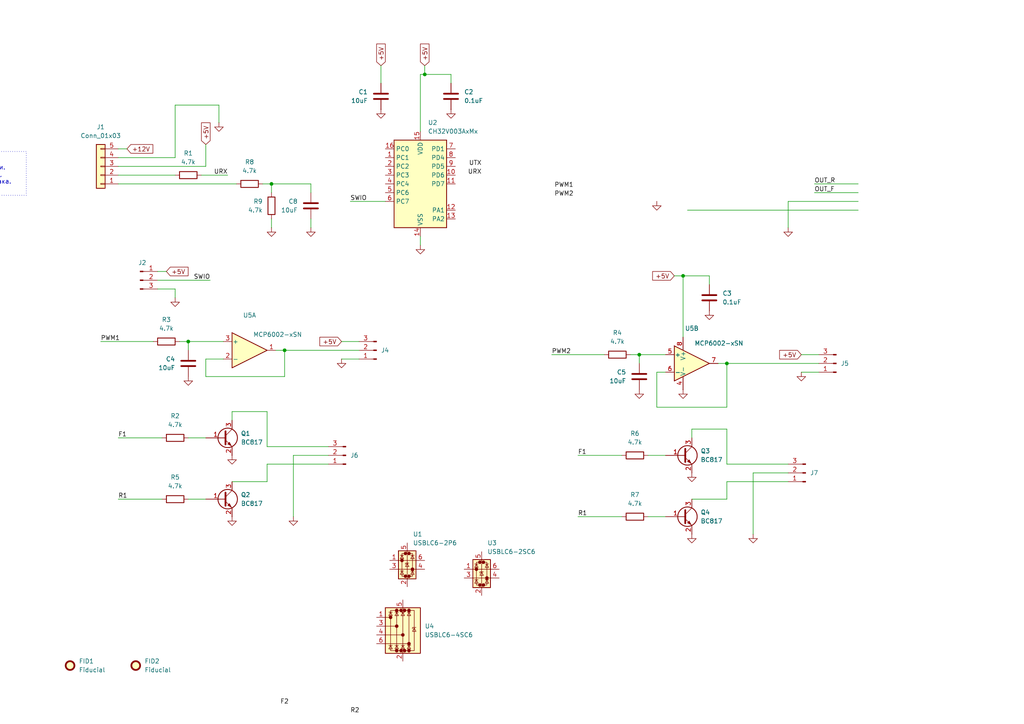
<source format=kicad_sch>
(kicad_sch (version 20231120) (generator "eeschema") (generator_version "8.0")
  (paper "A4")
  (title_block (date "2024-05-28") (rev "2"))
  (lib_symbols
    (symbol "Amplifier_Operational:MCP6002-xSN" (pin_names (offset 0.127))
      (property "Reference" "U" (at 0 5.08 0))
      (property "Value" "MCP6002-xSN" (at 0 -5.08 0))
      (symbol "MCP6002-xSN_1_1"
        (polyline (pts (xy -5.08 5.08) (xy 5.08 0) (xy -5.08 -5.08) (xy -5.08 5.08)) (stroke (width 0.254)) (fill (type background)))
        (pin output line (at 7.62 0 180) (length 2.54) (name "~") (number "1"))
        (pin input line (at -7.62 -2.54 0) (length 2.54) (name "-") (number "2"))
        (pin input line (at -7.62 2.54 0) (length 2.54) (name "+") (number "3"))
      )
      (symbol "MCP6002-xSN_2_1"
        (polyline (pts (xy -5.08 5.08) (xy 5.08 0) (xy -5.08 -5.08) (xy -5.08 5.08)) (stroke (width 0.254)) (fill (type background)))
        (pin input line (at -7.62 2.54 0) (length 2.54) (name "+") (number "5"))
        (pin input line (at -7.62 -2.54 0) (length 2.54) (name "-") (number "6"))
        (pin output line (at 7.62 0 180) (length 2.54) (name "~") (number "7"))
      )
      (symbol "MCP6002-xSN_3_1"
        (pin power_in line (at -2.54 -7.62 90) (length 3.81) (name "V-") (number "4"))
        (pin power_in line (at -2.54 7.62 270) (length 3.81) (name "V+") (number "8"))
      )
    )
    (symbol "Connector:Conn_01x03_Pin" (pin_names (offset 1.016) hide)
      (property "Reference" "J" (at 0 5.08 0))
      (property "Value" "Conn_01x03_Pin" (at 0 -5.08 0))
      (symbol "Conn_01x03_Pin_1_1"
        (polyline (pts (xy 1.27 -2.54) (xy 0.8636 -2.54)) (stroke (width 0.1524)))
        (polyline (pts (xy 1.27 0) (xy 0.8636 0)) (stroke (width 0.1524)))
        (polyline (pts (xy 1.27 2.54) (xy 0.8636 2.54)) (stroke (width 0.1524)))
        (rectangle (start 0.8636 -2.413) (end 0 -2.667) (stroke (width 0.1524)) (fill (type outline)))
        (rectangle (start 0.8636 0.127) (end 0 -0.127) (stroke (width 0.1524)) (fill (type outline)))
        (rectangle (start 0.8636 2.667) (end 0 2.413) (stroke (width 0.1524)) (fill (type outline)))
        (pin passive line (at 5.08 2.54 180) (length 3.81) (name "Pin_1") (number "1"))
        (pin passive line (at 5.08 0 180) (length 3.81) (name "Pin_2") (number "2"))
        (pin passive line (at 5.08 -2.54 180) (length 3.81) (name "Pin_3") (number "3"))
      )
    )
    (symbol "Connector:TestPoint" (pin_numbers hide) (pin_names (offset 0.762) hide)
      (property "Reference" "TP" (at 0 6.858 0))
      (property "Value" "TestPoint" (at 0 5.08 0))
      (symbol "TestPoint_0_1"
        (circle (center 0 3.302) (radius 0.762))
      )
      (symbol "TestPoint_1_1"
        (pin passive line (at 0 0 90) (length 2.54) (name "1") (number "1"))
      )
    )
    (symbol "Connector_Generic:Conn_01x05" (pin_names (offset 1.016) hide)
      (property "Reference" "J" (at 0 7.62 0))
      (property "Value" "Conn_01x05" (at 0 -7.62 0))
      (symbol "Conn_01x05_1_1"
        (rectangle (start -1.27 -4.953) (end 0 -5.207) (stroke (width 0.1524)))
        (rectangle (start -1.27 -2.413) (end 0 -2.667) (stroke (width 0.1524)))
        (rectangle (start -1.27 0.127) (end 0 -0.127) (stroke (width 0.1524)))
        (rectangle (start -1.27 2.667) (end 0 2.413) (stroke (width 0.1524)))
        (rectangle (start -1.27 5.207) (end 0 4.953) (stroke (width 0.1524)))
        (rectangle (start -1.27 6.35) (end 1.27 -6.35) (stroke (width 0.254)) (fill (type background)))
        (pin passive line (at -5.08 5.08 0) (length 3.81) (name "Pin_1") (number "1"))
        (pin passive line (at -5.08 2.54 0) (length 3.81) (name "Pin_2") (number "2"))
        (pin passive line (at -5.08 0 0) (length 3.81) (name "Pin_3") (number "3"))
        (pin passive line (at -5.08 -2.54 0) (length 3.81) (name "Pin_4") (number "4"))
        (pin passive line (at -5.08 -5.08 0) (length 3.81) (name "Pin_5") (number "5"))
      )
    )
    (symbol "Device:C" (pin_numbers hide) (pin_names (offset 0.254))
      (property "Reference" "C" (at 0.635 2.54 0))
      (property "Value" "C" (at 0.635 -2.54 0))
      (symbol "C_0_1"
        (polyline (pts (xy -2.032 -0.762) (xy 2.032 -0.762)) (stroke (width 0.508)))
        (polyline (pts (xy -2.032 0.762) (xy 2.032 0.762)) (stroke (width 0.508)))
      )
      (symbol "C_1_1"
        (pin passive line (at 0 3.81 270) (length 2.794) (name "~") (number "1"))
        (pin passive line (at 0 -3.81 90) (length 2.794) (name "~") (number "2"))
      )
    )
    (symbol "Device:R" (pin_numbers hide) (pin_names (offset 0))
      (property "Reference" "R" (at 2.032 0 90))
      (property "Value" "R" (at 0 0 90))
      (symbol "R_0_1"
        (rectangle (start -1.016 -2.54) (end 1.016 2.54) (stroke (width 0.254)))
      )
      (symbol "R_1_1"
        (pin passive line (at 0 3.81 270) (length 1.27) (name "~") (number "1"))
        (pin passive line (at 0 -3.81 90) (length 1.27) (name "~") (number "2"))
      )
    )
    (symbol "MCU_WCH_CH32V0:CH32V003AxMx"
      (property "Reference" "U" (at -7.62 15.24 0))
      (property "Value" "CH32V003AxMx" (at 7.62 15.24 0))
      (symbol "CH32V003AxMx_1_1"
        (rectangle (start -7.62 12.7) (end 7.62 -12.7) (stroke (width 0.254)) (fill (type background)))
        (pin bidirectional line (at -10.16 7.62 0) (length 2.54) (name "PC1") (number "1"))
        (pin bidirectional line (at 10.16 2.54 180) (length 2.54) (name "PD6") (number "10"))
        (pin bidirectional line (at 10.16 0 180) (length 2.54) (name "PD7") (number "11"))
        (pin bidirectional line (at 10.16 -7.62 180) (length 2.54) (name "PA1") (number "12"))
        (pin bidirectional line (at 10.16 -10.16 180) (length 2.54) (name "PA2") (number "13"))
        (pin power_in line (at 0 -15.24 90) (length 2.54) (name "VSS") (number "14"))
        (pin power_in line (at 0 15.24 270) (length 2.54) (name "VDD") (number "15"))
        (pin bidirectional line (at -10.16 10.16 0) (length 2.54) (name "PC0") (number "16"))
        (pin bidirectional line (at -10.16 5.08 0) (length 2.54) (name "PC2") (number "2"))
        (pin bidirectional line (at -10.16 2.54 0) (length 2.54) (name "PC3") (number "3"))
        (pin bidirectional line (at -10.16 0 0) (length 2.54) (name "PC4") (number "4"))
        (pin bidirectional line (at -10.16 -2.54 0) (length 2.54) (name "PC6") (number "5"))
        (pin bidirectional line (at -10.16 -5.08 0) (length 2.54) (name "PC7") (number "6"))
        (pin bidirectional line (at 10.16 10.16 180) (length 2.54) (name "PD1") (number "7"))
        (pin bidirectional line (at 10.16 7.62 180) (length 2.54) (name "PD4") (number "8"))
        (pin bidirectional line (at 10.16 5.08 180) (length 2.54) (name "PD5") (number "9"))
      )
    )
    (symbol "Mechanical:Fiducial" (exclude_from_sim yes) (in_bom no)
      (property "Reference" "FID" (at 0 5.08 0))
      (property "Value" "Fiducial" (at 0 3.175 0))
      (symbol "Fiducial_0_1"
        (circle (center 0 0) (radius 1.27) (stroke (width 0.508)) (fill (type background)))
      )
    )
    (symbol "Power_Protection:USBLC6-2P6" (pin_names hide)
      (property "Reference" "U" (at 0.635 5.715 0))
      (property "Value" "USBLC6-2P6" (at 0.635 3.81 0))
      (symbol "USBLC6-2P6_0_0"
        (circle (center -1.524 0) (radius 0.0001) (stroke (width 0.508)))
        (circle (center -0.508 -4.572) (radius 0.0001) (stroke (width 0.508)))
        (circle (center -0.508 2.032) (radius 0.0001) (stroke (width 0.508)))
        (circle (center 0.508 -4.572) (radius 0.0001) (stroke (width 0.508)))
        (circle (center 0.508 2.032) (radius 0.0001) (stroke (width 0.508)))
        (circle (center 1.524 -2.54) (radius 0.0001) (stroke (width 0.508)))
      )
      (symbol "USBLC6-2P6_0_1"
        (polyline (pts (xy -2.54 -2.54) (xy 2.54 -2.54)))
        (polyline (pts (xy -2.54 0) (xy 2.54 0)))
        (polyline (pts (xy -2.032 -3.048) (xy -1.016 -3.048)))
        (polyline (pts (xy -1.016 1.524) (xy -2.032 1.524)))
        (polyline (pts (xy 1.016 -3.048) (xy 2.032 -3.048)))
        (polyline (pts (xy 1.016 1.524) (xy 2.032 1.524)))
        (polyline (pts (xy -0.508 -1.143) (xy -0.508 -0.762) (xy 0.508 -0.762)))
        (polyline (pts (xy -2.032 0.508) (xy -1.016 0.508) (xy -1.524 1.524) (xy -2.032 0.508)))
        (polyline (pts (xy -1.016 -4.064) (xy -2.032 -4.064) (xy -1.524 -3.048) (xy -1.016 -4.064)))
        (polyline (pts (xy 0.508 -1.778) (xy -0.508 -1.778) (xy 0 -0.762) (xy 0.508 -1.778)))
        (polyline (pts (xy 2.032 -4.064) (xy 1.016 -4.064) (xy 1.524 -3.048) (xy 2.032 -4.064)))
        (polyline (pts (xy 2.032 0.508) (xy 1.016 0.508) (xy 1.524 1.524) (xy 2.032 0.508)))
        (polyline (pts (xy 0 2.54) (xy -0.508 2.032) (xy 0.508 2.032) (xy 0 1.524) (xy 0 -4.064) (xy -0.508 -4.572) (xy 0.508 -4.572) (xy 0 -5.08)))
      )
      (symbol "USBLC6-2P6_1_1"
        (rectangle (start -2.54 2.794) (end 2.54 -5.334) (stroke (width 0.254)) (fill (type background)))
        (polyline (pts (xy -0.508 2.032) (xy -1.524 2.032) (xy -1.524 -4.572) (xy -0.508 -4.572)))
        (polyline (pts (xy 0.508 -4.572) (xy 1.524 -4.572) (xy 1.524 2.032) (xy 0.508 2.032)))
        (pin passive line (at -5.08 0 0) (length 2.54) (name "I/O1") (number "1"))
        (pin passive line (at 0 -7.62 90) (length 2.54) (name "GND") (number "2"))
        (pin passive line (at -5.08 -2.54 0) (length 2.54) (name "I/O2") (number "3"))
        (pin passive line (at 5.08 -2.54 180) (length 2.54) (name "I/O2") (number "4"))
        (pin passive line (at 0 5.08 270) (length 2.54) (name "VBUS") (number "5"))
        (pin passive line (at 5.08 0 180) (length 2.54) (name "I/O1") (number "6"))
      )
    )
    (symbol "Power_Protection:USBLC6-2SC6" (pin_names hide)
      (property "Reference" "U" (at 0.635 5.715 0))
      (property "Value" "USBLC6-2SC6" (at 0.635 3.81 0))
      (symbol "USBLC6-2SC6_0_0"
        (circle (center -1.524 0) (radius 0.0001) (stroke (width 0.508)))
        (circle (center -0.508 -4.572) (radius 0.0001) (stroke (width 0.508)))
        (circle (center -0.508 2.032) (radius 0.0001) (stroke (width 0.508)))
        (circle (center 0.508 -4.572) (radius 0.0001) (stroke (width 0.508)))
        (circle (center 0.508 2.032) (radius 0.0001) (stroke (width 0.508)))
        (circle (center 1.524 -2.54) (radius 0.0001) (stroke (width 0.508)))
      )
      (symbol "USBLC6-2SC6_0_1"
        (polyline (pts (xy -2.54 -2.54) (xy 2.54 -2.54)))
        (polyline (pts (xy -2.54 0) (xy 2.54 0)))
        (polyline (pts (xy -2.032 -3.048) (xy -1.016 -3.048)))
        (polyline (pts (xy -1.016 1.524) (xy -2.032 1.524)))
        (polyline (pts (xy 1.016 -3.048) (xy 2.032 -3.048)))
        (polyline (pts (xy 1.016 1.524) (xy 2.032 1.524)))
        (polyline (pts (xy -0.508 -1.143) (xy -0.508 -0.762) (xy 0.508 -0.762)))
        (polyline (pts (xy -2.032 0.508) (xy -1.016 0.508) (xy -1.524 1.524) (xy -2.032 0.508)))
        (polyline (pts (xy -1.016 -4.064) (xy -2.032 -4.064) (xy -1.524 -3.048) (xy -1.016 -4.064)))
        (polyline (pts (xy 0.508 -1.778) (xy -0.508 -1.778) (xy 0 -0.762) (xy 0.508 -1.778)))
        (polyline (pts (xy 2.032 -4.064) (xy 1.016 -4.064) (xy 1.524 -3.048) (xy 2.032 -4.064)))
        (polyline (pts (xy 2.032 0.508) (xy 1.016 0.508) (xy 1.524 1.524) (xy 2.032 0.508)))
        (polyline (pts (xy 0 2.54) (xy -0.508 2.032) (xy 0.508 2.032) (xy 0 1.524) (xy 0 -4.064) (xy -0.508 -4.572) (xy 0.508 -4.572) (xy 0 -5.08)))
      )
      (symbol "USBLC6-2SC6_1_1"
        (rectangle (start -2.54 2.794) (end 2.54 -5.334) (stroke (width 0.254)) (fill (type background)))
        (polyline (pts (xy -0.508 2.032) (xy -1.524 2.032) (xy -1.524 -4.572) (xy -0.508 -4.572)))
        (polyline (pts (xy 0.508 -4.572) (xy 1.524 -4.572) (xy 1.524 2.032) (xy 0.508 2.032)))
        (pin passive line (at -5.08 0 0) (length 2.54) (name "I/O1") (number "1"))
        (pin passive line (at 0 -7.62 90) (length 2.54) (name "GND") (number "2"))
        (pin passive line (at -5.08 -2.54 0) (length 2.54) (name "I/O2") (number "3"))
        (pin passive line (at 5.08 -2.54 180) (length 2.54) (name "I/O2") (number "4"))
        (pin passive line (at 0 5.08 270) (length 2.54) (name "VBUS") (number "5"))
        (pin passive line (at 5.08 0 180) (length 2.54) (name "I/O1") (number "6"))
      )
    )
    (symbol "Power_Protection:USBLC6-4SC6" (pin_names hide)
      (property "Reference" "U" (at 1.27 9.525 0))
      (property "Value" "USBLC6-4SC6" (at 1.27 6.985 0))
      (symbol "USBLC6-4SC6_0_0"
        (circle (center -3.556 2.54) (radius 0.0001) (stroke (width 0.508)))
        (circle (center -1.778 -7.112) (radius 0.0001) (stroke (width 0.508)))
        (circle (center -1.778 0) (radius 0.0001) (stroke (width 0.508)))
        (circle (center -1.778 4.572) (radius 0.0001) (stroke (width 0.508)))
        (circle (center -0.508 -7.112) (radius 0.0001) (stroke (width 0.508)))
        (circle (center -0.508 4.572) (radius 0.0001) (stroke (width 0.508)))
        (circle (center 0 -2.54) (radius 0.0001) (stroke (width 0.508)))
        (circle (center 0.508 -7.112) (radius 0.0001) (stroke (width 0.508)))
        (circle (center 0.508 4.572) (radius 0.0001) (stroke (width 0.508)))
        (circle (center 1.778 -7.112) (radius 0.0001) (stroke (width 0.508)))
        (circle (center 1.778 -5.08) (radius 0.0001) (stroke (width 0.508)))
        (circle (center 1.778 4.572) (radius 0.0001) (stroke (width 0.508)))
      )
      (symbol "USBLC6-4SC6_0_1"
        (polyline (pts (xy -5.08 -5.08) (xy 1.778 -5.08)))
        (polyline (pts (xy -5.08 -2.54) (xy 0 -2.54)))
        (polyline (pts (xy -5.08 0) (xy -1.778 0)))
        (polyline (pts (xy -5.08 2.54) (xy -3.556 2.54)))
        (polyline (pts (xy -4.064 -5.588) (xy -3.048 -5.588)))
        (polyline (pts (xy -3.048 4.064) (xy -4.064 4.064)))
        (polyline (pts (xy -2.286 -5.588) (xy -1.27 -5.588)))
        (polyline (pts (xy -2.286 4.064) (xy -1.27 4.064)))
        (polyline (pts (xy -0.508 -5.588) (xy 0.508 -5.588)))
        (polyline (pts (xy 0 5.08) (xy 0.508 4.572)))
        (polyline (pts (xy 0.508 -7.112) (xy -0.508 -7.112)))
        (polyline (pts (xy 0.508 4.064) (xy -0.508 4.064)))
        (polyline (pts (xy 1.27 4.064) (xy 2.286 4.064)))
        (polyline (pts (xy 2.286 -5.588) (xy 1.27 -5.588)))
        (polyline (pts (xy 2.794 -0.762) (xy 2.794 -0.381) (xy 3.81 -0.381)))
        (polyline (pts (xy -4.064 3.048) (xy -3.048 3.048) (xy -3.556 4.064) (xy -4.064 3.048)))
        (polyline (pts (xy -3.048 -6.604) (xy -4.064 -6.604) (xy -3.556 -5.588) (xy -3.048 -6.604)))
        (polyline (pts (xy -1.27 -6.604) (xy -2.286 -6.604) (xy -1.778 -5.588) (xy -1.27 -6.604)))
        (polyline (pts (xy -1.27 3.048) (xy -2.286 3.048) (xy -1.778 4.064) (xy -1.27 3.048)))
        (polyline (pts (xy -0.508 -6.604) (xy 0.508 -6.604) (xy 0 -5.588) (xy -0.508 -6.604)))
        (polyline (pts (xy -0.508 3.048) (xy 0.508 3.048) (xy 0 4.064) (xy -0.508 3.048)))
        (polyline (pts (xy 1.27 -6.604) (xy 2.286 -6.604) (xy 1.778 -5.588) (xy 1.27 -6.604)))
        (polyline (pts (xy 1.778 4.572) (xy 3.302 4.572) (xy 3.302 -7.112) (xy 1.778 -7.112)))
        (polyline (pts (xy 2.286 3.048) (xy 1.27 3.048) (xy 1.778 4.064) (xy 2.286 3.048)))
        (polyline (pts (xy 3.81 -1.524) (xy 2.794 -1.524) (xy 3.302 -0.508) (xy 3.81 -1.524)))
      )
      (symbol "USBLC6-4SC6_1_1"
        (rectangle (start -5.08 5.334) (end 5.08 -7.874) (stroke (width 0.254)) (fill (type background)))
        (polyline (pts (xy -1.778 4.572) (xy -3.556 4.572) (xy -3.556 -7.112) (xy -1.778 -7.112)))
        (polyline (pts (xy -0.508 4.572) (xy 1.778 4.572) (xy 1.778 -7.112) (xy 0.508 -7.112)))
        (polyline (pts (xy 0.508 -7.112) (xy 0 -6.604) (xy 0 4.064) (xy -0.508 4.572)))
        (polyline (pts (xy 0 -7.62) (xy -0.508 -7.112) (xy -1.778 -7.112) (xy -1.778 4.572) (xy -0.508 4.572)))
        (pin passive line (at -7.62 2.54 0) (length 2.54) (name "I/O1") (number "1"))
        (pin passive line (at 0 -10.16 90) (length 2.54) (name "GND") (number "2"))
        (pin passive line (at -7.62 0 0) (length 2.54) (name "I/O2") (number "3"))
        (pin passive line (at -7.62 -2.54 0) (length 2.54) (name "I/O3") (number "4"))
        (pin passive line (at 0 7.62 270) (length 2.54) (name "VBUS") (number "5"))
        (pin passive line (at -7.62 -5.08 0) (length 2.54) (name "I/O4") (number "6"))
      )
    )
    (symbol "Regulator_Linear:L7805" (pin_names (offset 0.254))
      (property "Reference" "U" (at -3.81 3.175 0))
      (property "Value" "L7805" (at 0 3.175 0))
      (symbol "L7805_0_1"
        (rectangle (start -5.08 1.905) (end 5.08 -5.08) (stroke (width 0.254)) (fill (type background)))
      )
      (symbol "L7805_1_1"
        (pin power_in line (at -7.62 0 0) (length 2.54) (name "IN") (number "1"))
        (pin power_in line (at 0 -7.62 90) (length 2.54) (name "GND") (number "2"))
        (pin power_out line (at 7.62 0 180) (length 2.54) (name "OUT") (number "3"))
      )
    )
    (symbol "Transistor_BJT:BC817" (pin_names (offset 0) hide)
      (property "Reference" "Q" (at 5.08 1.905 0))
      (property "Value" "BC817" (at 5.08 0 0))
      (symbol "BC817_0_1"
        (polyline (pts (xy 0.635 0.635) (xy 2.54 2.54)))
        (polyline (pts (xy 0.635 -0.635) (xy 2.54 -2.54) (xy 2.54 -2.54)))
        (polyline (pts (xy 0.635 1.905) (xy 0.635 -1.905) (xy 0.635 -1.905)) (stroke (width 0.508)))
        (polyline (pts (xy 1.27 -1.778) (xy 1.778 -1.27) (xy 2.286 -2.286) (xy 1.27 -1.778) (xy 1.27 -1.778)) (fill (type outline)))
        (circle (center 1.27 0) (radius 2.8194) (stroke (width 0.254)))
      )
      (symbol "BC817_1_1"
        (pin input line (at -5.08 0 0) (length 5.715) (name "B") (number "1"))
        (pin passive line (at 2.54 -5.08 90) (length 2.54) (name "E") (number "2"))
        (pin passive line (at 2.54 5.08 270) (length 2.54) (name "C") (number "3"))
      )
    )
    (symbol "power:GND" (power) (pin_numbers hide) (pin_names (offset 0) hide)
      (property "Value" "GND" (at 0 -3.81 0))
      (symbol "GND_0_1"
        (polyline (pts (xy 0 0) (xy 0 -1.27) (xy 1.27 -1.27) (xy 0 -2.54) (xy -1.27 -1.27) (xy 0 -1.27)))
      )
      (symbol "GND_1_1"
        (pin power_in line (at 0 0 270) (length 0) (name "~") (number "1"))
      )
    )
  )
  (junction (at 123.19 21.59))
  (junction (at 198.12 80.01))
  (junction (at 185.42 102.87))
  (junction (at -10.16 -22.86))
  (junction (at 17.78 -22.86))
  (junction (at 82.55 101.6))
  (junction (at 54.61 99.06))
  (junction (at 78.74 53.34))
  (junction (at 210.82 105.41))
  (wire (pts (xy 228.6 58.42) (xy 248.92 58.42)))
  (wire (pts (xy 90.17 55.88) (xy 90.17 53.34)))
  (wire (pts (xy 190.5 118.11) (xy 210.82 118.11)))
  (wire (pts (xy 130.81 21.59) (xy 123.19 21.59)))
  (wire (pts (xy 96.52 -20.32) (xy 114.3 -20.32)))
  (wire (pts (xy 78.74 53.34) (xy 76.2 53.34)))
  (wire (pts (xy 210.82 144.78) (xy 200.66 144.78)))
  (wire (pts (xy 187.96 132.08) (xy 193.04 132.08)))
  (wire (pts (xy 59.69 41.91) (xy 59.69 48.26)))
  (wire (pts (xy 210.82 139.7) (xy 210.82 144.78)))
  (wire (pts (xy 34.29 45.72) (xy 50.8 45.72)))
  (wire (pts (xy 95.25 132.08) (xy 85.09 132.08)))
  (wire (pts (xy 218.44 137.16) (xy 218.44 154.94)))
  (wire (pts (xy 101.6 58.42) (xy 111.76 58.42)))
  (wire (pts (xy 121.92 68.58) (xy 121.92 71.12)))
  (wire (pts (xy 121.92 21.59) (xy 123.19 21.59)))
  (wire (pts (xy 90.17 53.34) (xy 78.74 53.34)))
  (wire (pts (xy 77.47 119.38) (xy 67.31 119.38)))
  (wire (pts (xy 77.47 134.62) (xy 77.47 139.7)))
  (wire (pts (xy 228.6 58.42) (xy 228.6 66.04)))
  (wire (pts (xy 185.42 102.87) (xy 185.42 105.41)))
  (wire (pts (xy 200.66 124.46) (xy 200.66 127)))
  (wire (pts (xy 77.47 129.54) (xy 77.47 119.38)))
  (wire (pts (xy 96.52 -17.78) (xy 114.3 -17.78)))
  (wire (pts (xy 67.31 119.38) (xy 67.31 121.92)))
  (wire (pts (xy 205.74 80.01) (xy 205.74 82.55)))
  (wire (pts (xy 53.34 -22.86) (xy 60.96 -22.86)))
  (wire (pts (xy 123.19 19.05) (xy 123.19 21.59)))
  (wire (pts (xy 59.69 104.14) (xy 59.69 109.22)))
  (wire (pts (xy 96.52 -22.86) (xy 114.3 -22.86)))
  (wire (pts (xy 110.49 19.05) (xy 110.49 24.13)))
  (wire (pts (xy 121.92 21.59) (xy 121.92 38.1)))
  (wire (pts (xy 210.82 134.62) (xy 210.82 124.46)))
  (wire (pts (xy 59.69 48.26) (xy 34.29 48.26)))
  (wire (pts (xy 236.22 53.34) (xy 248.92 53.34)))
  (wire (pts (xy 198.12 80.01) (xy 205.74 80.01)))
  (wire (pts (xy 99.06 104.14) (xy 104.14 104.14)))
  (wire (pts (xy 185.42 102.87) (xy 193.04 102.87)))
  (wire (pts (xy 232.41 102.87) (xy 237.49 102.87)))
  (wire (pts (xy 78.74 63.5) (xy 78.74 66.04)))
  (wire (pts (xy -25.4 -22.86) (xy -10.16 -22.86)))
  (wire (pts (xy 50.8 30.48) (xy 63.5 30.48)))
  (wire (pts (xy 167.64 132.08) (xy 180.34 132.08)))
  (wire (pts (xy 236.22 55.88) (xy 248.92 55.88)))
  (wire (pts (xy 199.39 60.96) (xy 248.92 60.96)))
  (wire (pts (xy 182.88 102.87) (xy 185.42 102.87)))
  (wire (pts (xy 210.82 118.11) (xy 210.82 105.41)))
  (wire (pts (xy 99.06 99.06) (xy 104.14 99.06)))
  (wire (pts (xy 58.42 50.8) (xy 66.04 50.8)))
  (wire (pts (xy 45.72 81.28) (xy 60.96 81.28)))
  (wire (pts (xy -10.16 -22.86) (xy -10.16 -20.32)))
  (wire (pts (xy 95.25 134.62) (xy 77.47 134.62)))
  (wire (pts (xy 193.04 107.95) (xy 190.5 107.95)))
  (wire (pts (xy 228.6 137.16) (xy 218.44 137.16)))
  (wire (pts (xy 50.8 45.72) (xy 50.8 30.48)))
  (wire (pts (xy 78.74 -12.7) (xy 78.74 -10.16)))
  (wire (pts (xy 198.12 80.01) (xy 198.12 97.79)))
  (wire (pts (xy 35.56 -17.78) (xy 60.96 -17.78)))
  (wire (pts (xy 228.6 139.7) (xy 210.82 139.7)))
  (wire (pts (xy 187.96 149.86) (xy 193.04 149.86)))
  (wire (pts (xy 34.29 53.34) (xy 68.58 53.34)))
  (wire (pts (xy 95.25 129.54) (xy 77.47 129.54)))
  (wire (pts (xy -10.16 -22.86) (xy -5.08 -22.86)))
  (wire (pts (xy 17.78 -22.86) (xy 25.4 -22.86)))
  (wire (pts (xy 160.02 102.87) (xy 175.26 102.87)))
  (wire (pts (xy 195.58 80.01) (xy 198.12 80.01)))
  (wire (pts (xy 80.01 101.6) (xy 82.55 101.6)))
  (wire (pts (xy 130.81 24.13) (xy 130.81 21.59)))
  (wire (pts (xy 50.8 83.82) (xy 50.8 86.36)))
  (wire (pts (xy 228.6 134.62) (xy 210.82 134.62)))
  (wire (pts (xy 34.29 144.78) (xy 46.99 144.78)))
  (wire (pts (xy 77.47 139.7) (xy 67.31 139.7)))
  (wire (pts (xy 54.61 127) (xy 59.69 127)))
  (wire (pts (xy 232.41 107.95) (xy 237.49 107.95)))
  (wire (pts (xy 82.55 101.6) (xy 104.14 101.6)))
  (wire (pts (xy 78.74 53.34) (xy 78.74 55.88)))
  (wire (pts (xy 59.69 109.22) (xy 82.55 109.22)))
  (wire (pts (xy 85.09 132.08) (xy 85.09 149.86)))
  (wire (pts (xy 29.21 99.06) (xy 44.45 99.06)))
  (wire (pts (xy 52.07 99.06) (xy 54.61 99.06)))
  (wire (pts (xy 167.64 149.86) (xy 180.34 149.86)))
  (wire (pts (xy 45.72 83.82) (xy 50.8 83.82)))
  (wire (pts (xy 17.78 -22.86) (xy 17.78 -20.32)))
  (wire (pts (xy 210.82 124.46) (xy 200.66 124.46)))
  (wire (pts (xy 36.83 43.18) (xy 34.29 43.18)))
  (wire (pts (xy 63.5 30.48) (xy 63.5 35.56)))
  (wire (pts (xy 64.77 104.14) (xy 59.69 104.14)))
  (wire (pts (xy 208.28 105.41) (xy 210.82 105.41)))
  (wire (pts (xy 45.72 78.74) (xy 48.26 78.74)))
  (wire (pts (xy 10.16 -22.86) (xy 17.78 -22.86)))
  (wire (pts (xy 54.61 99.06) (xy 64.77 99.06)))
  (wire (pts (xy 190.5 107.95) (xy 190.5 118.11)))
  (wire (pts (xy 90.17 63.5) (xy 90.17 66.04)))
  (wire (pts (xy 54.61 99.06) (xy 54.61 101.6)))
  (wire (pts (xy 53.34 -20.32) (xy 60.96 -20.32)))
  (wire (pts (xy 34.29 127) (xy 46.99 127)))
  (wire (pts (xy 82.55 109.22) (xy 82.55 101.6)))
  (wire (pts (xy 34.29 50.8) (xy 50.8 50.8)))
  (wire (pts (xy 54.61 144.78) (xy 59.69 144.78)))
  (wire (pts (xy 35.56 -26.67) (xy 35.56 -17.78)))
  (wire (pts (xy 210.82 105.41) (xy 237.49 105.41)))
  (rectangle (start -58.42 43.942) (end 7.62 56.642) (stroke (width 0) (type dot)))
  (text "Встановлюється роз'єм на два піни у середні отвори.\nЧотирьохпіний роз'єм використовується у випадках,\nколи треба двосторонньє спілкування або перепрошивка." (at -25.4 50.8 0) (effects (font (size 1.27 1.27))))
  (text "T2CH2" (at 119.126 -20.32 0) (effects (font (size 1.27 1.27))))
  (text "T2CH4, T2CH1ETR" (at 124.714 -22.86 0) (effects (font (size 1.27 1.27))))
  (label "OUT_R" (at 236.22 53.34 0))
  (label "OUT_F" (at 114.3 -20.32 180))
  (label "SWIO" (at 60.96 81.28 180))
  (label "R2" (at 101.6 207.01 0))
  (label "R1" (at 167.64 149.86 0))
  (label "UTX" (at 139.7 48.26 180))
  (label "F1" (at 167.64 132.08 0))
  (label "F1" (at 34.29 127 0))
  (label "F2" (at 81.28 204.47 0))
  (label "URX" (at 139.7 50.8 180))
  (label "PWM" (at 114.3 -22.86 180))
  (label "OUT_R" (at 114.3 -17.78 180))
  (label "PWM2" (at 166.37 57.15 180))
  (label "PWM1" (at 29.21 99.06 0))
  (label "PWM2" (at 160.02 102.87 0))
  (label "OUT_F" (at 236.22 55.88 0))
  (label "SWIO" (at 101.6 58.42 0))
  (label "R1" (at 34.29 144.78 0))
  (label "PWM1" (at 166.37 54.61 180))
  (label "URX" (at 66.04 50.8 180))
  (global_label "+12V" (shape input) (at 36.83 43.18 0) (property "Intersheetrefs" "${INTERSHEET_REFS}" (effects (hide yes))))
  (global_label "+5V" (shape input) (at 59.69 41.91 90) (property "Intersheetrefs" "${INTERSHEET_REFS}" (effects (hide yes))))
  (global_label "+5V" (shape input) (at 110.49 19.05 90) (property "Intersheetrefs" "${INTERSHEET_REFS}" (effects (hide yes))))
  (global_label "+12V" (shape input) (at -25.4 -22.86 180) (property "Intersheetrefs" "${INTERSHEET_REFS}" (effects (hide yes))))
  (global_label "+5V" (shape input) (at 232.41 102.87 180) (property "Intersheetrefs" "${INTERSHEET_REFS}" (effects (hide yes))))
  (global_label "+5V" (shape input) (at 25.4 -22.86 0) (property "Intersheetrefs" "${INTERSHEET_REFS}" (effects (hide yes))))
  (global_label "+5V" (shape input) (at 99.06 99.06 180) (property "Intersheetrefs" "${INTERSHEET_REFS}" (effects (hide yes))))
  (global_label "+5V" (shape input) (at 195.58 80.01 180) (property "Intersheetrefs" "${INTERSHEET_REFS}" (effects (hide yes))))
  (global_label "+5V" (shape input) (at 48.26 78.74 0) (property "Intersheetrefs" "${INTERSHEET_REFS}" (effects (hide yes))))
  (global_label "+5V" (shape input) (at 123.19 19.05 90) (property "Intersheetrefs" "${INTERSHEET_REFS}" (effects (hide yes))))
  (symbol (lib_id "Transistor_BJT:BC817") (at 64.77 144.78 0) (unit 1)
    (property "Reference" "Q2" (at 69.85 143.5099 0) (effects (justify left)))
    (property "Value" "BC817" (at 69.85 146.0499 0) (effects (justify left)))
    (property "Footprint" "Package_TO_SOT_SMD:SOT-23" (effects (hide yes)))
    (property "Datasheet" "https://www.onsemi.com/pub/Collateral/BC818-D.pdf" (effects (hide yes)))
    (property "Description" "0.8A Ic, 45V Vce, NPN Transistor, SOT-23" (effects (hide yes)))
  )
  (symbol (lib_id "power:GND") (at 198.12 113.03 0) (mirror y) (unit 1)
    (property "Reference" "#PWR011" (effects (hide yes)))
    (property "Value" "GND" (effects (hide yes)))
    (property "Description" "Power symbol creates a global label with name \"GND\" , ground" (effects (hide yes)))
  )
  (symbol (lib_id "Device:R") (at 72.39 53.34 270) (unit 1)
    (property "Reference" "R8" (at 72.39 46.99 90))
    (property "Value" "4.7k" (at 72.39 49.53 90))
    (property "Footprint" "Resistor_SMD:R_0603_1608Metric" (effects (hide yes)))
    (property "Description" "Resistor" (effects (hide yes)))
  )
  (symbol (lib_id "Device:R") (at 50.8 144.78 270) (unit 1)
    (property "Reference" "R5" (at 50.8 138.43 90))
    (property "Value" "4.7k" (at 50.8 140.97 90))
    (property "Footprint" "Resistor_SMD:R_0603_1608Metric" (effects (hide yes)))
    (property "Description" "Resistor" (effects (hide yes)))
  )
  (symbol (lib_id "Device:R") (at 54.61 50.8 90) (unit 1)
    (property "Reference" "R1" (at 54.61 44.45 90))
    (property "Value" "4.7k" (at 54.61 46.99 90))
    (property "Footprint" "Resistor_SMD:R_0603_1608Metric" (effects (hide yes)))
    (property "Description" "Resistor" (effects (hide yes)))
  )
  (symbol (lib_id "power:GND") (at 232.41 107.95 0) (mirror y) (unit 1)
    (property "Reference" "#PWR09" (effects (hide yes)))
    (property "Value" "GND" (effects (hide yes)))
    (property "Description" "Power symbol creates a global label with name \"GND\" , ground" (effects (hide yes)))
  )
  (symbol (lib_id "Device:C") (at 54.61 105.41 0) (mirror y) (unit 1)
    (property "Reference" "C4" (at 50.8 104.1399 0) (effects (justify left)))
    (property "Value" "10uF" (at 50.8 106.6799 0) (effects (justify left)))
    (property "Footprint" "Capacitor_SMD:C_0805_2012Metric" (effects (hide yes)))
    (property "Description" "Unpolarized capacitor" (effects (hide yes)))
  )
  (symbol (lib_id "Device:R") (at 184.15 132.08 270) (unit 1)
    (property "Reference" "R6" (at 184.15 125.73 90))
    (property "Value" "4.7k" (at 184.15 128.27 90))
    (property "Footprint" "Resistor_SMD:R_0603_1608Metric" (effects (hide yes)))
    (property "Description" "Resistor" (effects (hide yes)))
  )
  (symbol (lib_id "Device:C") (at 17.78 -16.51 0) (mirror y) (unit 1)
    (property "Reference" "C7" (at 13.97 -17.7801 0) (effects (justify left)))
    (property "Value" "10uF" (at 13.97 -15.2401 0) (effects (justify left)))
    (property "Footprint" "Capacitor_SMD:C_0805_2012Metric" (effects (hide yes)))
    (property "Description" "Unpolarized capacitor" (effects (hide yes)))
  )
  (symbol (lib_id "power:GND") (at 67.31 149.86 0) (unit 1)
    (property "Reference" "#PWR014" (effects (hide yes)))
    (property "Value" "GND" (effects (hide yes)))
    (property "Description" "Power symbol creates a global label with name \"GND\" , ground" (effects (hide yes)))
  )
  (symbol (lib_id "Connector:Conn_01x03_Pin") (at 242.57 105.41 180) (unit 1)
    (property "Reference" "J5" (at 243.84 105.4099 0) (effects (justify right)))
    (property "Value" "Conn_01x03_Pin" (effects (hide yes)))
    (property "Footprint" "Connector_JST:JST_PH_B3B-PH-K_1x03_P2.00mm_Vertical" (effects (hide yes)))
    (property "Description" "Generic connector, single row, 01x03, script generated" (effects (hide yes)))
  )
  (symbol (lib_id "Regulator_Linear:L7805") (at 2.54 -22.86 0) (unit 1)
    (property "Reference" "U6" (at 2.54 -29.21 0))
    (property "Value" "L7805" (at 2.54 -26.67 0))
    (property "Footprint" "Package_TO_SOT_SMD:TO-252-2" (effects (hide yes)))
    (property "Datasheet" "http://www.st.com/content/ccc/resource/technical/document/datasheet/41/4f/b3/b0/12/d4/47/88/CD00000444.pdf/files/CD00000444.pdf/jcr:content/translations/en.CD00000444.pdf" (effects (hide yes)))
    (property "Description" "Positive 1.5A 35V Linear Regulator, Fixed Output 5V, TO-220/TO-263/TO-252" (effects (hide yes)))
  )
  (symbol (lib_id "power:GND") (at -10.16 -12.7 0) (mirror y) (unit 1)
    (property "Reference" "#PWR021" (effects (hide yes)))
    (property "Value" "GND" (effects (hide yes)))
    (property "Description" "Power symbol creates a global label with name \"GND\" , ground" (effects (hide yes)))
  )
  (symbol (lib_id "Connector:Conn_01x03_Pin") (at 233.68 137.16 180) (unit 1)
    (property "Reference" "J7" (at 234.95 137.1599 0) (effects (justify right)))
    (property "Value" "Conn_01x03_Pin" (effects (hide yes)))
    (property "Footprint" "Connector_JST:JST_PH_B3B-PH-K_1x03_P2.00mm_Vertical" (effects (hide yes)))
    (property "Description" "Generic connector, single row, 01x03, script generated" (effects (hide yes)))
  )
  (symbol (lib_id "power:GND") (at 200.66 154.94 0) (unit 1)
    (property "Reference" "#PWR017" (effects (hide yes)))
    (property "Value" "GND" (effects (hide yes)))
    (property "Description" "Power symbol creates a global label with name \"GND\" , ground" (effects (hide yes)))
  )
  (symbol (lib_id "Connector_Generic:Conn_01x05") (at 29.21 48.26 180) (unit 1)
    (property "Reference" "J1" (at 29.21 36.83 0))
    (property "Value" "Conn_01x03" (at 29.21 39.37 0))
    (property "Footprint" "Connector_JST:JST_PH_S5B-PH-K_1x05_P2.00mm_Horizontal" (effects (hide yes)))
    (property "Description" "Generic connector, single row, 01x05, script generated (kicad-library-utils/schlib/autogen/connector/)" (effects (hide yes)))
  )
  (symbol (lib_id "Transistor_BJT:BC817") (at 64.77 127 0) (unit 1)
    (property "Reference" "Q1" (at 69.85 125.7299 0) (effects (justify left)))
    (property "Value" "BC817" (at 69.85 128.2699 0) (effects (justify left)))
    (property "Footprint" "Package_TO_SOT_SMD:SOT-23" (effects (hide yes)))
    (property "Datasheet" "https://www.onsemi.com/pub/Collateral/BC818-D.pdf" (effects (hide yes)))
    (property "Description" "0.8A Ic, 45V Vce, NPN Transistor, SOT-23" (effects (hide yes)))
  )
  (symbol (lib_id "power:GND") (at 2.54 -15.24 0) (mirror y) (unit 1)
    (property "Reference" "#PWR023" (effects (hide yes)))
    (property "Value" "GND" (effects (hide yes)))
    (property "Description" "Power symbol creates a global label with name \"GND\" , ground" (effects (hide yes)))
  )
  (symbol (lib_id "Device:C") (at 185.42 109.22 0) (mirror y) (unit 1)
    (property "Reference" "C5" (at 181.61 107.9499 0) (effects (justify left)))
    (property "Value" "10uF" (at 181.61 110.4899 0) (effects (justify left)))
    (property "Footprint" "Capacitor_SMD:C_0805_2012Metric" (effects (hide yes)))
    (property "Description" "Unpolarized capacitor" (effects (hide yes)))
  )
  (symbol (lib_id "power:GND") (at 50.8 86.36 0) (unit 1)
    (property "Reference" "#PWR020" (effects (hide yes)))
    (property "Value" "GND" (effects (hide yes)))
    (property "Description" "Power symbol creates a global label with name \"GND\" , ground" (effects (hide yes)))
  )
  (symbol (lib_id "power:GND") (at 90.17 66.04 0) (unit 1)
    (property "Reference" "#PWR025" (effects (hide yes)))
    (property "Value" "GND" (effects (hide yes)))
    (property "Description" "Power symbol creates a global label with name \"GND\" , ground" (effects (hide yes)))
  )
  (symbol (lib_id "Power_Protection:USBLC6-4SC6") (at 116.84 181.61 0) (unit 1)
    (property "Reference" "U4" (at 123.19 181.6099 0) (effects (justify left)))
    (property "Value" "USBLC6-4SC6" (at 123.19 184.1499 0) (effects (justify left)))
    (property "Footprint" "Package_TO_SOT_SMD:SOT-23-6" (effects (hide yes)))
    (property "Datasheet" "https://www.st.com/resource/en/datasheet/usblc6-4.pdf" (effects (hide yes)))
    (property "Description" "Very low capacitance ESD protection diode, 4 data-line, SOT-23-6" (effects (hide yes)))
  )
  (symbol (lib_id "power:GND") (at 200.66 137.16 0) (unit 1)
    (property "Reference" "#PWR016" (effects (hide yes)))
    (property "Value" "GND" (effects (hide yes)))
    (property "Description" "Power symbol creates a global label with name \"GND\" , ground" (effects (hide yes)))
  )
  (symbol (lib_id "Device:R") (at 48.26 99.06 270) (unit 1)
    (property "Reference" "R3" (at 48.26 92.71 90))
    (property "Value" "4.7k" (at 48.26 95.25 90))
    (property "Footprint" "Resistor_SMD:R_0603_1608Metric" (effects (hide yes)))
    (property "Description" "Resistor" (effects (hide yes)))
  )
  (symbol (lib_id "Device:R") (at 179.07 102.87 270) (unit 1)
    (property "Reference" "R4" (at 179.07 96.52 90))
    (property "Value" "4.7k" (at 179.07 99.06 90))
    (property "Footprint" "Resistor_SMD:R_0603_1608Metric" (effects (hide yes)))
    (property "Description" "Resistor" (effects (hide yes)))
  )
  (symbol (lib_id "Device:C") (at 205.74 86.36 0) (unit 1)
    (property "Reference" "C3" (at 209.55 85.0899 0) (effects (justify left)))
    (property "Value" "0.1uF" (at 209.55 87.6299 0) (effects (justify left)))
    (property "Footprint" "Capacitor_SMD:C_0603_1608Metric" (effects (hide yes)))
    (property "Description" "Unpolarized capacitor" (effects (hide yes)))
  )
  (symbol (lib_id "Device:R") (at 184.15 149.86 270) (unit 1)
    (property "Reference" "R7" (at 184.15 143.51 90))
    (property "Value" "4.7k" (at 184.15 146.05 90))
    (property "Footprint" "Resistor_SMD:R_0603_1608Metric" (effects (hide yes)))
    (property "Description" "Resistor" (effects (hide yes)))
  )
  (symbol (lib_id "power:GND") (at 78.74 66.04 0) (unit 1)
    (property "Reference" "#PWR024" (effects (hide yes)))
    (property "Value" "GND" (effects (hide yes)))
    (property "Description" "Power symbol creates a global label with name \"GND\" , ground" (effects (hide yes)))
  )
  (symbol (lib_id "power:GND") (at 190.5 58.42 0) (mirror y) (unit 1)
    (property "Reference" "#PWR04" (effects (hide yes)))
    (property "Value" "GND" (effects (hide yes)))
    (property "Description" "Power symbol creates a global label with name \"GND\" , ground" (effects (hide yes)))
  )
  (symbol (lib_id "Device:R") (at 78.74 59.69 0) (mirror y) (unit 1)
    (property "Reference" "R9" (at 76.2 58.4199 0) (effects (justify left)))
    (property "Value" "4.7k" (at 76.2 60.9599 0) (effects (justify left)))
    (property "Footprint" "Resistor_SMD:R_0603_1608Metric" (effects (hide yes)))
    (property "Description" "Resistor" (effects (hide yes)))
  )
  (symbol (lib_id "Mechanical:Fiducial") (at 20.32 193.04 0) (unit 1) (exclude_from_sim yes) (in_bom no)
    (property "Reference" "FID1" (at 22.86 191.7699 0) (effects (justify left)))
    (property "Value" "Fiducial" (at 22.86 194.3099 0) (effects (justify left)))
    (property "Footprint" "Fiducial:Fiducial_1mm_Mask2mm" (effects (hide yes)))
    (property "Description" "Fiducial Marker" (effects (hide yes)))
  )
  (symbol (lib_id "Amplifier_Operational:MCP6002-xSN") (at 200.66 105.41 0) (unit 2)
    (property "Reference" "U5" (at 200.66 95.25 0))
    (property "Value" "MCP6002-xSN" (at 208.534 99.568 0))
    (property "Footprint" "Package_SO:SO-8_3.9x4.9mm_P1.27mm" (effects (hide yes)))
    (property "Datasheet" "http://ww1.microchip.com/downloads/en/DeviceDoc/21733j.pdf" (effects (hide yes)))
    (property "Description" "1MHz, Low-Power Op Amp, SOIC-8" (effects (hide yes)))
  )
  (symbol (lib_id "power:GND") (at 121.92 71.12 0) (mirror y) (unit 1)
    (property "Reference" "#PWR019" (effects (hide yes)))
    (property "Value" "GND" (effects (hide yes)))
    (property "Description" "Power symbol creates a global label with name \"GND\" , ground" (effects (hide yes)))
  )
  (symbol (lib_id "power:GND") (at 54.61 109.22 0) (unit 1)
    (property "Reference" "#PWR07" (effects (hide yes)))
    (property "Value" "GND" (effects (hide yes)))
    (property "Description" "Power symbol creates a global label with name \"GND\" , ground" (effects (hide yes)))
  )
  (symbol (lib_id "Power_Protection:USBLC6-2P6") (at 118.11 162.56 0) (unit 1)
    (property "Reference" "U1" (at 119.7611 154.94 0) (effects (justify left)))
    (property "Value" "USBLC6-2P6" (at 119.7611 157.48 0) (effects (justify left)))
    (property "Footprint" "Package_TO_SOT_SMD:SOT-666" (effects (hide yes)))
    (property "Datasheet" "https://www.st.com/resource/en/datasheet/usblc6-2.pdf" (effects (hide yes)))
    (property "Description" "Very low capacitance ESD protection diode, 2 data-line, SOT-666" (effects (hide yes)))
  )
  (symbol (lib_id "power:GND") (at 67.31 132.08 0) (unit 1)
    (property "Reference" "#PWR013" (effects (hide yes)))
    (property "Value" "GND" (effects (hide yes)))
    (property "Description" "Power symbol creates a global label with name \"GND\" , ground" (effects (hide yes)))
  )
  (symbol (lib_id "Device:C") (at 110.49 27.94 0) (mirror y) (unit 1)
    (property "Reference" "C1" (at 106.68 26.6699 0) (effects (justify left)))
    (property "Value" "10uF" (at 106.68 29.2099 0) (effects (justify left)))
    (property "Footprint" "Capacitor_SMD:C_0805_2012Metric" (effects (hide yes)))
    (property "Description" "Unpolarized capacitor" (effects (hide yes)))
  )
  (symbol (lib_id "Transistor_BJT:BC817") (at 198.12 132.08 0) (unit 1)
    (property "Reference" "Q3" (at 203.2 130.8099 0) (effects (justify left)))
    (property "Value" "BC817" (at 203.2 133.3499 0) (effects (justify left)))
    (property "Footprint" "Package_TO_SOT_SMD:SOT-23" (effects (hide yes)))
    (property "Datasheet" "https://www.onsemi.com/pub/Collateral/BC818-D.pdf" (effects (hide yes)))
    (property "Description" "0.8A Ic, 45V Vce, NPN Transistor, SOT-23" (effects (hide yes)))
  )
  (symbol (lib_id "power:GND") (at 17.78 -12.7 0) (mirror y) (unit 1)
    (property "Reference" "#PWR022" (effects (hide yes)))
    (property "Value" "GND" (effects (hide yes)))
    (property "Description" "Power symbol creates a global label with name \"GND\" , ground" (effects (hide yes)))
  )
  (symbol (lib_id "power:GND") (at 205.74 90.17 0) (mirror y) (unit 1)
    (property "Reference" "#PWR06" (effects (hide yes)))
    (property "Value" "GND" (effects (hide yes)))
    (property "Description" "Power symbol creates a global label with name \"GND\" , ground" (effects (hide yes)))
  )
  (symbol (lib_id "power:GND") (at 130.81 31.75 0) (mirror y) (unit 1)
    (property "Reference" "#PWR05" (effects (hide yes)))
    (property "Value" "GND" (effects (hide yes)))
    (property "Description" "Power symbol creates a global label with name \"GND\" , ground" (effects (hide yes)))
  )
  (symbol (lib_id "Amplifier_Operational:MCP6002-xSN") (at 72.39 101.6 0) (unit 1)
    (property "Reference" "U5" (at 72.39 91.44 0))
    (property "Value" "MCP6002-xSN" (at 80.518 97.028 0))
    (property "Footprint" "Package_SO:SO-8_3.9x4.9mm_P1.27mm" (effects (hide yes)))
    (property "Datasheet" "http://ww1.microchip.com/downloads/en/DeviceDoc/21733j.pdf" (effects (hide yes)))
    (property "Description" "1MHz, Low-Power Op Amp, SOIC-8" (effects (hide yes)))
  )
  (symbol (lib_id "power:GND") (at 78.74 -10.16 0) (mirror y) (unit 1)
    (property "Reference" "#PWR03" (effects (hide yes)))
    (property "Value" "GND" (effects (hide yes)))
    (property "Description" "Power symbol creates a global label with name \"GND\" , ground" (effects (hide yes)))
  )
  (symbol (lib_id "Device:C") (at -10.16 -16.51 0) (mirror y) (unit 1)
    (property "Reference" "C6" (at -13.97 -17.7801 0) (effects (justify left)))
    (property "Value" "10uF" (at -13.97 -15.2401 0) (effects (justify left)))
    (property "Footprint" "Capacitor_SMD:C_0805_2012Metric" (effects (hide yes)))
    (property "Description" "Unpolarized capacitor" (effects (hide yes)))
  )
  (symbol (lib_id "Connector:Conn_01x03_Pin") (at 40.64 81.28 0) (unit 1)
    (property "Reference" "J2" (at 41.275 76.2 0))
    (property "Value" "Conn_01x03_Pin" (effects (hide yes)))
    (property "Footprint" "Connector_JST:JST_PH_B3B-PH-K_1x03_P2.00mm_Vertical" (effects (hide yes)))
    (property "Description" "Generic connector, single row, 01x03, script generated" (effects (hide yes)))
  )
  (symbol (lib_id "power:GND") (at 85.09 149.86 0) (unit 1)
    (property "Reference" "#PWR015" (effects (hide yes)))
    (property "Value" "GND" (effects (hide yes)))
    (property "Description" "Power symbol creates a global label with name \"GND\" , ground" (effects (hide yes)))
  )
  (symbol (lib_id "power:GND") (at 218.44 154.94 0) (unit 1)
    (property "Reference" "#PWR018" (effects (hide yes)))
    (property "Value" "GND" (effects (hide yes)))
    (property "Description" "Power symbol creates a global label with name \"GND\" , ground" (effects (hide yes)))
  )
  (symbol (lib_id "power:GND") (at 110.49 31.75 0) (unit 1)
    (property "Reference" "#PWR02" (effects (hide yes)))
    (property "Value" "GND" (effects (hide yes)))
    (property "Description" "Power symbol creates a global label with name \"GND\" , ground" (effects (hide yes)))
  )
  (symbol (lib_id "Device:C") (at 90.17 59.69 0) (mirror y) (unit 1)
    (property "Reference" "C8" (at 86.36 58.4199 0) (effects (justify left)))
    (property "Value" "10uF" (at 86.36 60.9599 0) (effects (justify left)))
    (property "Footprint" "Capacitor_SMD:C_0805_2012Metric" (effects (hide yes)))
    (property "Description" "Unpolarized capacitor" (effects (hide yes)))
  )
  (symbol (lib_id "Power_Protection:USBLC6-2SC6") (at 139.7 165.1 0) (unit 1)
    (property "Reference" "U3" (at 141.3511 157.48 0) (effects (justify left)))
    (property "Value" "USBLC6-2SC6" (at 141.3511 160.02 0) (effects (justify left)))
    (property "Footprint" "Package_TO_SOT_SMD:SOT-23-6" (effects (hide yes)))
    (property "Datasheet" "https://www.st.com/resource/en/datasheet/usblc6-2.pdf" (effects (hide yes)))
    (property "Description" "Very low capacitance ESD protection diode, 2 data-line, SOT-23-6" (effects (hide yes)))
  )
  (symbol (lib_id "power:GND") (at 63.5 35.56 0) (mirror y) (unit 1)
    (property "Reference" "#PWR01" (effects (hide yes)))
    (property "Value" "GND" (effects (hide yes)))
    (property "Description" "Power symbol creates a global label with name \"GND\" , ground" (effects (hide yes)))
  )
  (symbol (lib_id "power:GND") (at 99.06 104.14 0) (mirror y) (unit 1)
    (property "Reference" "#PWR08" (effects (hide yes)))
    (property "Value" "GND" (effects (hide yes)))
    (property "Description" "Power symbol creates a global label with name \"GND\" , ground" (effects (hide yes)))
  )
  (symbol (lib_id "Connector:Conn_01x03_Pin") (at 100.33 132.08 180) (unit 1)
    (property "Reference" "J6" (at 101.6 132.0799 0) (effects (justify right)))
    (property "Value" "Conn_01x03_Pin" (effects (hide yes)))
    (property "Footprint" "Connector_JST:JST_PH_B3B-PH-K_1x03_P2.00mm_Vertical" (effects (hide yes)))
    (property "Description" "Generic connector, single row, 01x03, script generated" (effects (hide yes)))
  )
  (symbol (lib_id "MCU_WCH_CH32V0:CH32V003AxMx") (at 121.92 53.34 0) (unit 1)
    (property "Reference" "U2" (at 124.1141 35.56 0) (effects (justify left)))
    (property "Value" "CH32V003AxMx" (at 124.1141 38.1 0) (effects (justify left)))
    (property "Footprint" "Package_SO:SOP-16_3.9x9.9mm_P1.27mm" (effects (hide yes)))
    (property "Datasheet" "https://www.wch-ic.com/products/CH32V003.html" (effects (hide yes)))
    (property "Description" "CH32V003 series are industrial-grade general-purpose microcontrollers designed based on 32-bit RISC-V instruction set and architecture. It adopts QingKe V2A core, RV32EC instruction set, and supports 2 levels of interrupt nesting. The series are mounted with rich peripheral interfaces and function modules. Its internal organizational structure meets the low-cost and low-power embedded application scenarios." (effects (hide yes)))
  )
  (symbol (lib_id "Device:R") (at 50.8 127 270) (unit 1)
    (property "Reference" "R2" (at 50.8 120.65 90))
    (property "Value" "4.7k" (at 50.8 123.19 90))
    (property "Footprint" "Resistor_SMD:R_0603_1608Metric" (effects (hide yes)))
    (property "Description" "Resistor" (effects (hide yes)))
  )
  (symbol (lib_id "Device:C") (at 130.81 27.94 0) (unit 1)
    (property "Reference" "C2" (at 134.62 26.6699 0) (effects (justify left)))
    (property "Value" "0.1uF" (at 134.62 29.2099 0) (effects (justify left)))
    (property "Footprint" "Capacitor_SMD:C_0603_1608Metric" (effects (hide yes)))
    (property "Description" "Unpolarized capacitor" (effects (hide yes)))
  )
  (symbol (lib_id "Transistor_BJT:BC817") (at 198.12 149.86 0) (unit 1)
    (property "Reference" "Q4" (at 203.2 148.5899 0) (effects (justify left)))
    (property "Value" "BC817" (at 203.2 151.1299 0) (effects (justify left)))
    (property "Footprint" "Package_TO_SOT_SMD:SOT-23" (effects (hide yes)))
    (property "Datasheet" "https://www.onsemi.com/pub/Collateral/BC818-D.pdf" (effects (hide yes)))
    (property "Description" "0.8A Ic, 45V Vce, NPN Transistor, SOT-23" (effects (hide yes)))
  )
  (symbol (lib_id "Connector:TestPoint") (at 35.56 -26.67 0) (unit 1)
    (property "Reference" "TP1" (at 38.1 -31.2421 0) (effects (justify left)))
    (property "Value" "TestPoint" (at 38.1 -28.7021 0) (effects (justify left)))
    (property "Footprint" "TestPoint:TestPoint_Pad_2.0x2.0mm" (effects (hide yes)))
    (property "Description" "test point" (effects (hide yes)))
  )
  (symbol (lib_id "Mechanical:Fiducial") (at 39.37 193.04 0) (unit 1) (exclude_from_sim yes) (in_bom no)
    (property "Reference" "FID2" (at 41.91 191.7699 0) (effects (justify left)))
    (property "Value" "Fiducial" (at 41.91 194.3099 0) (effects (justify left)))
    (property "Footprint" "Fiducial:Fiducial_1mm_Mask2mm" (effects (hide yes)))
    (property "Description" "Fiducial Marker" (effects (hide yes)))
  )
  (symbol (lib_id "Connector:Conn_01x03_Pin") (at 109.22 101.6 180) (unit 1)
    (property "Reference" "J4" (at 110.49 101.5999 0) (effects (justify right)))
    (property "Value" "Conn_01x03_Pin" (effects (hide yes)))
    (property "Footprint" "Connector_JST:JST_PH_B3B-PH-K_1x03_P2.00mm_Vertical" (effects (hide yes)))
    (property "Description" "Generic connector, single row, 01x03, script generated" (effects (hide yes)))
  )
  (symbol (lib_id "power:GND") (at 228.6 66.04 0) (unit 1)
    (property "Reference" "#PWR010" (effects (hide yes)))
    (property "Value" "GND" (effects (hide yes)))
    (property "Description" "Power symbol creates a global label with name \"GND\" , ground" (effects (hide yes)))
  )
  (symbol (lib_id "power:GND") (at 185.42 113.03 0) (unit 1)
    (property "Reference" "#PWR012" (effects (hide yes)))
    (property "Value" "GND" (effects (hide yes)))
    (property "Description" "Power symbol creates a global label with name \"GND\" , ground" (effects (hide yes)))
  )
  (symbol (lib_id "Amplifier_Operational:MCP6002-xSN") (at 200.66 105.41 0) (unit 3)
    (property "Reference" "U5" (effects (hide yes)))
    (property "Value" "MCP6002-xSN" (effects (hide yes)))
    (property "Footprint" "Package_SO:SO-8_3.9x4.9mm_P1.27mm" (effects (hide yes)))
    (property "Datasheet" "http://ww1.microchip.com/downloads/en/DeviceDoc/21733j.pdf" (effects (hide yes)))
    (property "Description" "1MHz, Low-Power Op Amp, SOIC-8" (effects (hide yes)))
  )
)
</source>
